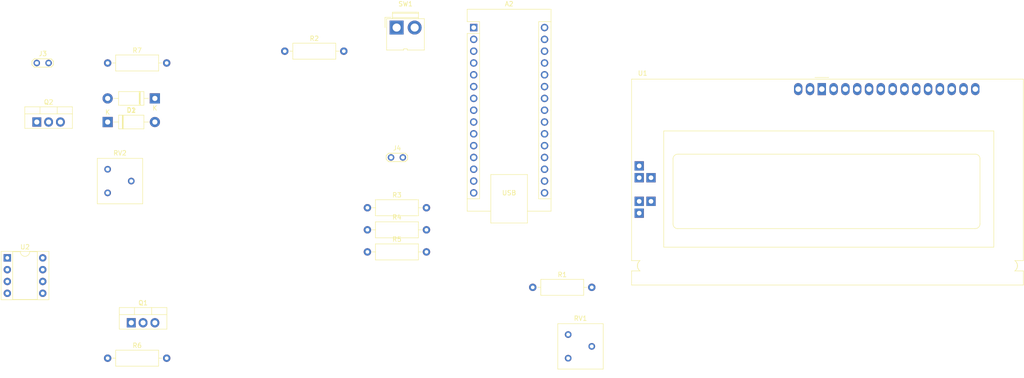
<source format=kicad_pcb>
(kicad_pcb (version 20221018) (generator pcbnew)
  (layers (0 "F.Cu" signal) (31 "B.Cu" signal) (34 "B.Paste" user) (35 "F.Paste" user) (36 "B.SilkS" user "B.Silkscreen") (37 "F.SilkS" user "F.Silkscreen") (38 "B.Mask" user) (39 "F.Mask" user) (44 "Edge.Cuts" user))
  (net 0 "")
  (net 4 "GND")
  (net 5 "Net-(A2-D2)")
  (net 6 "Net-(A2-D3)")
  (net 7 "Net-(A2-D4)")
  (net 8 "Net-(A2-D5)")
  (net 9 "Net-(A2-D6)")
  (net 10 "Net-(A2-D7)")
  (net 11 "Net-(A2-D8)")
  (net 12 "Net-(A2-D9)")
  (net 13 "Net-(A2-D10)")
  (net 14 "Net-(A2-D11)")
  (net 15 "Net-(A2-D12)")
  (net 24 "Net-(A2-A5)")
  (net 29 "+5")
  (net 30 "Net-(D1-K)")
  (net 31 "Net-(D1-A)")
  (net 32 "+9V")
  (net 33 "Net-(Q1-D)")
  (net 34 "Net-(Q2-G)")
  (net 35 "Net-(U1-A{slash}VEE)")
  (net 36 "Net-(U1-VO)")
  (net 37 "Net-(U2A--)")
  (footprint "Resistor_THT:R_Axial_DIN0309_L9.0mm_D3.2mm_P12.70mm_Horizontal" (layer "F.Cu") (at 76.2 124.46)
    (fp_text reference "R6" (at 6.35 -2.72) (layer "F.SilkS"))
    (fp_text value "220")
    (fp_line (start 1.04 0) (end 1.73 0) (stroke (width 0.12)) (layer "F.SilkS"))
    (fp_line (start 1.73 -1.72) (end 1.73 1.72) (stroke (width 0.12)) (layer "F.SilkS"))
    (fp_line (start 1.73 1.72) (end 10.97 1.72) (stroke (width 0.12)) (layer "F.SilkS"))
    (fp_line (start 10.97 -1.72) (end 1.73 -1.72) (stroke (width 0.12)) (layer "F.SilkS"))
    (fp_line (start 10.97 1.72) (end 10.97 -1.72) (stroke (width 0.12)) (layer "F.SilkS"))
    (fp_line (start 11.66 0) (end 10.97 0) (stroke (width 0.12)) (layer "F.SilkS"))
    (pad "1" thru_hole circle (at 0 0) (size 1.6 1.6) (drill 0.8) (layers "*.Cu" "*.Mask") (net 33 "Net-(Q1-D)"))
    (pad "2" thru_hole oval (at 12.7 0) (size 1.6 1.6) (drill 0.8) (layers "*.Cu" "*.Mask") (net 24 "Net-(A2-A5)"))
  )
  (footprint "Resistor_THT:R_Axial_DIN0309_L9.0mm_D3.2mm_P12.70mm_Horizontal" (layer "F.Cu") (at 132.08 101.6)
    (fp_text reference "R5" (at 6.35 -2.72) (layer "F.SilkS"))
    (fp_text value "10M")
    (fp_line (start 1.04 0) (end 1.73 0) (stroke (width 0.12)) (layer "F.SilkS"))
    (fp_line (start 1.73 -1.72) (end 1.73 1.72) (stroke (width 0.12)) (layer "F.SilkS"))
    (fp_line (start 1.73 1.72) (end 10.97 1.72) (stroke (width 0.12)) (layer "F.SilkS"))
    (fp_line (start 10.97 -1.72) (end 1.73 -1.72) (stroke (width 0.12)) (layer "F.SilkS"))
    (fp_line (start 10.97 1.72) (end 10.97 -1.72) (stroke (width 0.12)) (layer "F.SilkS"))
    (fp_line (start 11.66 0) (end 10.97 0) (stroke (width 0.12)) (layer "F.SilkS"))
    (pad "1" thru_hole circle (at 0 0) (size 1.6 1.6) (drill 0.8) (layers "*.Cu" "*.Mask") (net 24 "Net-(A2-A5)"))
    (pad "2" thru_hole oval (at 12.7 0) (size 1.6 1.6) (drill 0.8) (layers "*.Cu" "*.Mask") (net 8 "Net-(A2-D5)"))
  )
  (footprint "Diode_THT:D_DO-41_SOD81_P10.16mm_Horizontal" (layer "F.Cu") (at 76.2 73.66)
    (fp_text reference "D2" (at 5.08 -2.47) (layer "F.SilkS"))
    (fp_text value "1N4007")
    (fp_text user "K" (at 0 -2.1) (layer "F.SilkS"))
    (fp_line (start 1.34 0) (end 2.36 0) (stroke (width 0.12)) (layer "F.SilkS"))
    (fp_line (start 2.36 -1.47) (end 2.36 1.47) (stroke (width 0.12)) (layer "F.SilkS"))
    (fp_line (start 2.36 1.47) (end 7.8 1.47) (stroke (width 0.12)) (layer "F.SilkS"))
    (fp_line (start 3.14 -1.47) (end 3.14 1.47) (stroke (width 0.12)) (layer "F.SilkS"))
    (fp_line (start 3.26 -1.47) (end 3.26 1.47) (stroke (width 0.12)) (layer "F.SilkS"))
    (fp_line (start 3.38 -1.47) (end 3.38 1.47) (stroke (width 0.12)) (layer "F.SilkS"))
    (fp_line (start 7.8 -1.47) (end 2.36 -1.47) (stroke (width 0.12)) (layer "F.SilkS"))
    (fp_line (start 7.8 1.47) (end 7.8 -1.47) (stroke (width 0.12)) (layer "F.SilkS"))
    (fp_line (start 8.82 0) (end 7.8 0) (stroke (width 0.12)) (layer "F.SilkS"))
    (pad "1" thru_hole rect (at 0 0) (size 2.2 2.2) (drill 1.1) (layers "*.Cu" "*.Mask") (net 4 "GND"))
    (pad "2" thru_hole oval (at 10.16 0) (size 2.2 2.2) (drill 1.1) (layers "*.Cu" "*.Mask") (net 30 "Net-(D1-K)"))
  )
  (footprint "Package_DIP:DIP-8_W7.62mm_Socket" (layer "F.Cu") (at 54.62 102.88)
    (fp_text reference "U2" (at 3.81 -2.33) (layer "F.SilkS"))
    (fp_text value "RC4558")
    (fp_line (start -1.33 -1.39) (end -1.33 9.01) (stroke (width 0.12)) (layer "F.SilkS"))
    (fp_line (start -1.33 9.01) (end 8.95 9.01) (stroke (width 0.12)) (layer "F.SilkS"))
    (fp_line (start 1.16 -1.33) (end 1.16 8.95) (stroke (width 0.12)) (layer "F.SilkS"))
    (fp_line (start 1.16 8.95) (end 6.46 8.95) (stroke (width 0.12)) (layer "F.SilkS"))
    (fp_line (start 2.81 -1.33) (end 1.16 -1.33) (stroke (width 0.12)) (layer "F.SilkS"))
    (fp_line (start 6.46 -1.33) (end 4.81 -1.33) (stroke (width 0.12)) (layer "F.SilkS"))
    (fp_line (start 6.46 8.95) (end 6.46 -1.33) (stroke (width 0.12)) (layer "F.SilkS"))
    (fp_line (start 8.95 -1.39) (end -1.33 -1.39) (stroke (width 0.12)) (layer "F.SilkS"))
    (fp_line (start 8.95 9.01) (end 8.95 -1.39) (stroke (width 0.12)) (layer "F.SilkS"))
    (fp_arc (start 4.81 -1.33) (mid 3.81 -0.33) (end 2.81 -1.33) (stroke (width 0.12)) (layer "F.SilkS"))
    (pad "1" thru_hole rect (at 0 0) (size 1.6 1.6) (drill 0.8) (layers "*.Cu" "*.Mask") (net 34 "Net-(Q2-G)"))
    (pad "2" thru_hole oval (at 0 2.54) (size 1.6 1.6) (drill 0.8) (layers "*.Cu" "*.Mask") (net 37 "Net-(U2A--)"))
    (pad "3" thru_hole oval (at 0 5.08) (size 1.6 1.6) (drill 0.8) (layers "*.Cu" "*.Mask") (net 31 "Net-(D1-A)"))
    (pad "4" thru_hole oval (at 0 7.62) (size 1.6 1.6) (drill 0.8) (layers "*.Cu" "*.Mask") (net 4 "GND"))
    (pad "5" thru_hole oval (at 7.62 7.62) (size 1.6 1.6) (drill 0.8) (layers "*.Cu" "*.Mask"))
    (pad "6" thru_hole oval (at 7.62 5.08) (size 1.6 1.6) (drill 0.8) (layers "*.Cu" "*.Mask"))
    (pad "7" thru_hole oval (at 7.62 2.54) (size 1.6 1.6) (drill 0.8) (layers "*.Cu" "*.Mask"))
    (pad "8" thru_hole oval (at 7.62 0) (size 1.6 1.6) (drill 0.8) (layers "*.Cu" "*.Mask") (net 32 "+9V"))
  )
  (footprint "Display:RC1602A" (layer "F.Cu") (at 229.82 66.58)
    (fp_text reference "U1" (at -38.53 -3.41 180) (layer "F.SilkS"))
    (fp_text value "RC1602A")
    (fp_line (start -40.92 -2.14) (end 43.36 -2.14) (stroke (width 0.12)) (layer "F.SilkS"))
    (fp_line (start -40.92 36.89) (end -40.92 -2.14) (stroke (width 0.12)) (layer "F.SilkS"))
    (fp_line (start -40.92 36.89) (end -39.1 36.89) (stroke (width 0.12)) (layer "F.SilkS"))
    (fp_line (start -40.92 39.11) (end -39.1 39.11) (stroke (width 0.12)) (layer "F.SilkS"))
    (fp_line (start -40.92 42.14) (end -40.92 39.11) (stroke (width 0.12)) (layer "F.SilkS"))
    (fp_line (start -34 9) (end 37 9) (stroke (width 0.12)) (layer "F.SilkS"))
    (fp_line (start -34 34) (end -34 9) (stroke (width 0.12)) (layer "F.SilkS"))
    (fp_line (start -32 29) (end -32 15) (stroke (width 0.12)) (layer "F.SilkS"))
    (fp_line (start -31 14) (end 33 14) (stroke (width 0.12)) (layer "F.SilkS"))
    (fp_line (start -1.5 -2.5) (end 1.5 -2.5) (stroke (width 0.12)) (layer "F.SilkS"))
    (fp_line (start 33 30) (end -31 30) (stroke (width 0.12)) (layer "F.SilkS"))
    (fp_line (start 34.03 15) (end 34.03 29) (stroke (width 0.12)) (layer "F.SilkS"))
    (fp_line (start 37 9) (end 37 34) (stroke (width 0.12)) (layer "F.SilkS"))
    (fp_line (start 37 34) (end -34 34) (stroke (width 0.12)) (layer "F.SilkS"))
    (fp_line (start 41.5 39.11) (end 43.36 39.11) (stroke (width 0.12)) (layer "F.SilkS"))
    (fp_line (start 43.36 -2.14) (end 43.36 36.89) (stroke (width 0.12)) (layer "F.SilkS"))
    (fp_line (start 43.36 36.89) (end 41.5 36.89) (stroke (width 0.12)) (layer "F.SilkS"))
    (fp_line (start 43.36 39.11) (end 43.36 42.14) (stroke (width 0.12)) (layer "F.SilkS"))
    (fp_line (start 43.36 42.14) (end -40.92 42.14) (stroke (width 0.12)) (layer "F.SilkS"))
    (fp_arc (start -39.39 38.82) (mid -39.644716 37.794939) (end -39.1 36.89) (stroke (width 0.12)) (layer "F.SilkS"))
    (fp_arc (start -39.1 39.11) (mid -39.644716 38.205061) (end -39.39 37.18) (stroke (width 0.12)) (layer "F.SilkS"))
    (fp_arc (start -32.00286 15.00246) (mid -31.710488 14.296612) (end -31.00464 14.00424) (stroke (width 0.12)) (layer "F.SilkS"))
    (fp_arc (start -30.99464 30.0237) (mid -31.702284 29.730584) (end -31.9954 29.02294) (stroke (width 0.12)) (layer "F.SilkS"))
    (fp_arc (start 33.03574 13.99424) (mid 33.741576 14.286624) (end 34.03396 14.99246) (stroke (width 0.12)) (layer "F.SilkS"))
    (fp_arc (start 34.0265 29.00294) (mid 33.733372 29.710572) (end 33.02574 30.0037) (stroke (width 0.12)) (layer "F.SilkS"))
    (fp_arc (start 41.5 36.89) (mid 42.059361 37.759584) (end 41.84 38.77) (stroke (width 0.12)) (layer "F.SilkS"))
    (fp_arc (start 41.84 37.21) (mid 42.070574 38.233345) (end 41.51 39.12) (stroke (width 0.12)) (layer "F.SilkS"))
    (pad "" np_thru_hole circle (at -38.28 38 180) (size 2.5 2.5) (drill 2.5) (layers "*.Cu" "*.Mask"))
    (pad "" np_thru_hole circle (at -36.78 2 180) (size 2.5 2.5) (drill 2.5) (layers "*.Cu" "*.Mask"))
    (pad "" np_thru_hole circle (at 39.22 2 180) (size 2.5 2.5) (drill 2.5) (layers "*.Cu" "*.Mask"))
    (pad "" np_thru_hole circle (at 40.72 38 180) (size 2.5 2.5) (drill 2.5) (layers "*.Cu" "*.Mask"))
    (pad "1" thru_hole rect (at 0 0 180) (size 1.8 2.6) (drill 1.2) (layers "*.Cu" "*.Mask") (net 4 "GND"))
    (pad "2" thru_hole oval (at 2.54 0 180) (size 1.8 2.6) (drill 1.2) (layers "*.Cu" "*.Mask") (net 29 "+5"))
    (pad "3" thru_hole oval (at 5.08 0 180) (size 1.8 2.6) (drill 1.2) (layers "*.Cu" "*.Mask") (net 36 "Net-(U1-VO)"))
    (pad "4" thru_hole oval (at 7.62 0 180) (size 1.8 2.6) (drill 1.2) (layers "*.Cu" "*.Mask") (net 9 "Net-(A2-D6)"))
    (pad "5" thru_hole oval (at 10.16 0 180) (size 1.8 2.6) (drill 1.2) (layers "*.Cu" "*.Mask") (net 4 "GND"))
    (pad "6" thru_hole oval (at 12.7 0 180) (size 1.8 2.6) (drill 1.2) (layers "*.Cu" "*.Mask") (net 10 "Net-(A2-D7)"))
    (pad "7" thru_hole oval (at 15.24 0 180) (size 1.8 2.6) (drill 1.2) (layers "*.Cu" "*.Mask"))
    (pad "8" thru_hole oval (at 17.78 0 180) (size 1.8 2.6) (drill 1.2) (layers "*.Cu" "*.Mask"))
    (pad "9" thru_hole oval (at 20.32 0 180) (size 1.8 2.6) (drill 1.2) (layers "*.Cu" "*.Mask"))
    (pad "10" thru_hole oval (at 22.86 0 180) (size 1.8 2.6) (drill 1.2) (layers "*.Cu" "*.Mask"))
    (pad "11" thru_hole oval (at 25.4 0 180) (size 1.8 2.6) (drill 1.2) (layers "*.Cu" "*.Mask") (net 12 "Net-(A2-D9)"))
    (pad "12" thru_hole oval (at 27.94 0 180) (size 1.8 2.6) (drill 1.2) (layers "*.Cu" "*.Mask") (net 13 "Net-(A2-D10)"))
    (pad "13" thru_hole oval (at 30.48508 0.00254 180) (size 1.8 2.6) (drill 1.2) (layers "*.Cu" "*.Mask") (net 14 "Net-(A2-D11)"))
    (pad "14" thru_hole oval (at 33.02 0 180) (size 1.8 2.6) (drill 1.2) (layers "*.Cu" "*.Mask") (net 15 "Net-(A2-D12)"))
    (pad "15" thru_hole oval (at -5.08 0 180) (size 1.8 2.6) (drill 1.2) (layers "*.Cu" "*.Mask") (net 35 "Net-(U1-A{slash}VEE)"))
    (pad "16" thru_hole oval (at -2.53492 0.00254 180) (size 1.8 2.6) (drill 1.2) (layers "*.Cu" "*.Mask") (net 4 "GND"))
    (pad "A1" thru_hole rect (at -39.28 24.14 180) (size 2 2) (drill 1) (layers "*.Cu" "*.Mask"))
    (pad "A1" thru_hole rect (at -39.28 26.68 180) (size 2 2) (drill 1) (layers "*.Cu" "*.Mask"))
    (pad "A1" thru_hole rect (at -36.74 24.14 180) (size 2 2) (drill 1) (layers "*.Cu" "*.Mask"))
    (pad "K1" thru_hole rect (at -39.28 16.52 180) (size 2 2) (drill 1) (layers "*.Cu" "*.Mask"))
    (pad "K1" thru_hole rect (at -39.28 19.06 180) (size 2 2) (drill 1) (layers "*.Cu" "*.Mask"))
    (pad "K1" thru_hole rect (at -36.74 19.06 180) (size 2 2) (drill 1) (layers "*.Cu" "*.Mask"))
  )
  (footprint "Package_TO_SOT_THT:TO-220-3_Vertical" (layer "F.Cu") (at 81.28 116.84)
    (fp_text reference "Q1" (at 2.54 -4.27) (layer "F.SilkS"))
    (fp_text value "NMOS")
    (fp_line (start -2.58 -3.27) (end -2.58 1.371) (stroke (width 0.12)) (layer "F.SilkS"))
    (fp_line (start -2.58 -3.27) (end 7.66 -3.27) (stroke (width 0.12)) (layer "F.SilkS"))
    (fp_line (start -2.58 -1.76) (end 7.66 -1.76) (stroke (width 0.12)) (layer "F.SilkS"))
    (fp_line (start -2.58 1.371) (end 7.66 1.371) (stroke (width 0.12)) (layer "F.SilkS"))
    (fp_line (start 0.69 -3.27) (end 0.69 -1.76) (stroke (width 0.12)) (layer "F.SilkS"))
    (fp_line (start 4.391 -3.27) (end 4.391 -1.76) (stroke (width 0.12)) (layer "F.SilkS"))
    (fp_line (start 7.66 -3.27) (end 7.66 1.371) (stroke (width 0.12)) (layer "F.SilkS"))
    (pad "1" thru_hole rect (at 0 0) (size 1.905 2) (drill 1.1) (layers "*.Cu" "*.Mask") (net 33 "Net-(Q1-D)"))
    (pad "2" thru_hole oval (at 2.54 0) (size 1.905 2) (drill 1.1) (layers "*.Cu" "*.Mask") (net 11 "Net-(A2-D8)"))
    (pad "3" thru_hole oval (at 5.08 0) (size 1.905 2) (drill 1.1) (layers "*.Cu" "*.Mask") (net 4 "GND"))
  )
  (footprint "Potentiometer_THT:Potentiometer_Bourns_3386F_Vertical" (layer "F.Cu") (at 175.26 124.46)
    (fp_text reference "RV1" (at 2.655 -8.555) (layer "F.SilkS"))
    (fp_text value "10k")
    (fp_line (start -2.23 -7.425) (end -2.23 2.345) (stroke (width 0.12)) (layer "F.SilkS"))
    (fp_line (start -2.23 -7.425) (end 7.54 -7.425) (stroke (width 0.12)) (layer "F.SilkS"))
    (fp_line (start -2.23 2.345) (end 7.54 2.345) (stroke (width 0.12)) (layer "F.SilkS"))
    (fp_line (start 7.54 -7.425) (end 7.54 2.345) (stroke (width 0.12)) (layer "F.SilkS"))
    (pad "1" thru_hole circle (at 0 0) (size 1.44 1.44) (drill 0.8) (layers "*.Cu" "*.Mask") (net 29 "+5"))
    (pad "2" thru_hole circle (at 5.08 -2.54) (size 1.44 1.44) (drill 0.8) (layers "*.Cu" "*.Mask") (net 36 "Net-(U1-VO)"))
    (pad "3" thru_hole circle (at 0 -5.08) (size 1.44 1.44) (drill 0.8) (layers "*.Cu" "*.Mask") (net 4 "GND"))
  )
  (footprint "Diode_THT:D_DO-41_SOD81_P10.16mm_Horizontal" (layer "F.Cu") (at 86.36 68.58 180)
    (fp_text reference "D1" (at 5.08 -2.47) (layer "F.SilkS"))
    (fp_text value "1N4007")
    (fp_text user "K" (at 0 -2.1) (layer "F.SilkS"))
    (fp_line (start 1.34 0) (end 2.36 0) (stroke (width 0.12)) (layer "F.SilkS"))
    (fp_line (start 2.36 -1.47) (end 2.36 1.47) (stroke (width 0.12)) (layer "F.SilkS"))
    (fp_line (start 2.36 1.47) (end 7.8 1.47) (stroke (width 0.12)) (layer "F.SilkS"))
    (fp_line (start 3.14 -1.47) (end 3.14 1.47) (stroke (width 0.12)) (layer "F.SilkS"))
    (fp_line (start 3.26 -1.47) (end 3.26 1.47) (stroke (width 0.12)) (layer "F.SilkS"))
    (fp_line (start 3.38 -1.47) (end 3.38 1.47) (stroke (width 0.12)) (layer "F.SilkS"))
    (fp_line (start 7.8 -1.47) (end 2.36 -1.47) (stroke (width 0.12)) (layer "F.SilkS"))
    (fp_line (start 7.8 1.47) (end 7.8 -1.47) (stroke (width 0.12)) (layer "F.SilkS"))
    (fp_line (start 8.82 0) (end 7.8 0) (stroke (width 0.12)) (layer "F.SilkS"))
    (pad "1" thru_hole rect (at 0 0 180) (size 2.2 2.2) (drill 1.1) (layers "*.Cu" "*.Mask") (net 30 "Net-(D1-K)"))
    (pad "2" thru_hole oval (at 10.16 0 180) (size 2.2 2.2) (drill 1.1) (layers "*.Cu" "*.Mask") (net 31 "Net-(D1-A)"))
  )
  (footprint "Connector:JWT_A3963_1x02_P3.96mm_Vertical" (layer "F.Cu") (at 138.36 53.34)
    (fp_text reference "SW1" (at 1.91 -5.08) (layer "F.SilkS"))
    (fp_text value "SW_SPST")
    (fp_line (start -2.5 -2.2) (end -2.5 0) (stroke (width 0.12)) (layer "F.SilkS"))
    (fp_line (start -2.16 -1.91) (end -2.16 0) (stroke (width 0.12)) (layer "F.SilkS"))
    (fp_line (start -2.16 -1.91) (end 5.97 -1.91) (stroke (width 0.12)) (layer "F.SilkS"))
    (fp_line (start -2.16 0) (end -2.16 4.83) (stroke (width 0.12)) (layer "F.SilkS"))
    (fp_line (start -1.2 -2.2) (end -2.5 -2.2) (stroke (width 0.12)) (layer "F.SilkS"))
    (fp_line (start -0.89 -3.3) (end 4.7 -3.3) (stroke (width 0.12)) (layer "F.SilkS"))
    (fp_line (start -0.89 -3.05) (end 4.7 -3.05) (stroke (width 0.12)) (layer "F.SilkS"))
    (fp_line (start -0.89 -2.16) (end 4.7 -2.16) (stroke (width 0.12)) (layer "F.SilkS"))
    (fp_line (start -0.89 -1.91) (end -0.89 -3.3) (stroke (width 0.12)) (layer "F.SilkS"))
    (fp_line (start 1.52 4.57) (end 2.29 4.57) (stroke (width 0.12)) (layer "F.SilkS"))
    (fp_line (start 1.52 4.83) (end -2.16 4.83) (stroke (width 0.12)) (layer "F.SilkS"))
    (fp_line (start 1.52 4.83) (end 1.52 4.57) (stroke (width 0.12)) (layer "F.SilkS"))
    (fp_line (start 2.29 4.57) (end 2.29 4.83) (stroke (width 0.12)) (layer "F.SilkS"))
    (fp_line (start 2.29 4.83) (end 5.97 4.83) (stroke (width 0.12)) (layer "F.SilkS"))
    (fp_line (start 4.7 -1.91) (end 4.7 -3.3) (stroke (width 0.12)) (layer "F.SilkS"))
    (fp_line (start 5.97 -1.91) (end 5.97 0) (stroke (width 0.12)) (layer "F.SilkS"))
    (fp_line (start 5.97 4.83) (end 5.97 0) (stroke (width 0.12)) (layer "F.SilkS"))
    (pad "1" thru_hole rect (at 0 0) (size 3 3) (drill 1.75) (layers "*.Cu" "*.Mask") (net 5 "Net-(A2-D2)"))
    (pad "2" thru_hole circle (at 3.88 0) (size 3 3) (drill 1.75) (layers "*.Cu" "*.Mask") (net 4 "GND"))
  )
  (footprint "Resistor_THT:R_Axial_DIN0309_L9.0mm_D3.2mm_P12.70mm_Horizontal" (layer "F.Cu") (at 132.08 96.85)
    (fp_text reference "R4" (at 6.35 -2.72) (layer "F.SilkS"))
    (fp_text value "1M")
    (fp_line (start 1.04 0) (end 1.73 0) (stroke (width 0.12)) (layer "F.SilkS"))
    (fp_line (start 1.73 -1.72) (end 1.73 1.72) (stroke (width 0.12)) (layer "F.SilkS"))
    (fp_line (start 1.73 1.72) (end 10.97 1.72) (stroke (width 0.12)) (layer "F.SilkS"))
    (fp_line (start 10.97 -1.72) (end 1.73 -1.72) (stroke (width 0.12)) (layer "F.SilkS"))
    (fp_line (start 10.97 1.72) (end 10.97 -1.72) (stroke (width 0.12)) (layer "F.SilkS"))
    (fp_line (start 11.66 0) (end 10.97 0) (stroke (width 0.12)) (layer "F.SilkS"))
    (pad "1" thru_hole circle (at 0 0) (size 1.6 1.6) (drill 0.8) (layers "*.Cu" "*.Mask") (net 24 "Net-(A2-A5)"))
    (pad "2" thru_hole oval (at 12.7 0) (size 1.6 1.6) (drill 0.8) (layers "*.Cu" "*.Mask") (net 7 "Net-(A2-D4)"))
  )
  (footprint "Resistor_THT:R_Axial_DIN0309_L9.0mm_D3.2mm_P12.70mm_Horizontal" (layer "F.Cu") (at 76.2 60.96)
    (fp_text reference "R7" (at 6.35 -2.72) (layer "F.SilkS"))
    (fp_text value "4.7k")
    (fp_line (start 1.04 0) (end 1.73 0) (stroke (width 0.12)) (layer "F.SilkS"))
    (fp_line (start 1.73 -1.72) (end 1.73 1.72) (stroke (width 0.12)) (layer "F.SilkS"))
    (fp_line (start 1.73 1.72) (end 10.97 1.72) (stroke (width 0.12)) (layer "F.SilkS"))
    (fp_line (start 10.97 -1.72) (end 1.73 -1.72) (stroke (width 0.12)) (layer "F.SilkS"))
    (fp_line (start 10.97 1.72) (end 10.97 -1.72) (stroke (width 0.12)) (layer "F.SilkS"))
    (fp_line (start 11.66 0) (end 10.97 0) (stroke (width 0.12)) (layer "F.SilkS"))
    (pad "1" thru_hole circle (at 0 0) (size 1.6 1.6) (drill 0.8) (layers "*.Cu" "*.Mask") (net 31 "Net-(D1-A)"))
    (pad "2" thru_hole oval (at 12.7 0) (size 1.6 1.6) (drill 0.8) (layers "*.Cu" "*.Mask") (net 32 "+9V"))
  )
  (footprint "Resistor_THT:R_Axial_DIN0309_L9.0mm_D3.2mm_P12.70mm_Horizontal" (layer "F.Cu") (at 132.08 92.1)
    (fp_text reference "R3" (at 6.35 -2.72) (layer "F.SilkS"))
    (fp_text value "1k")
    (fp_line (start 1.04 0) (end 1.73 0) (stroke (width 0.12)) (layer "F.SilkS"))
    (fp_line (start 1.73 -1.72) (end 1.73 1.72) (stroke (width 0.12)) (layer "F.SilkS"))
    (fp_line (start 1.73 1.72) (end 10.97 1.72) (stroke (width 0.12)) (layer "F.SilkS"))
    (fp_line (start 10.97 -1.72) (end 1.73 -1.72) (stroke (width 0.12)) (layer "F.SilkS"))
    (fp_line (start 10.97 1.72) (end 10.97 -1.72) (stroke (width 0.12)) (layer "F.SilkS"))
    (fp_line (start 11.66 0) (end 10.97 0) (stroke (width 0.12)) (layer "F.SilkS"))
    (pad "1" thru_hole circle (at 0 0) (size 1.6 1.6) (drill 0.8) (layers "*.Cu" "*.Mask") (net 24 "Net-(A2-A5)"))
    (pad "2" thru_hole oval (at 12.7 0) (size 1.6 1.6) (drill 0.8) (layers "*.Cu" "*.Mask") (net 6 "Net-(A2-D3)"))
  )
  (footprint "TestPoint:TestPoint_2Pads_Pitch2.54mm_Drill0.8mm" (layer "F.Cu") (at 137.16 81.28)
    (fp_text reference "J4" (at 1.3 -2) (layer "F.SilkS"))
    (fp_text value "Cap Test")
    (fp_line (start -1.03 -0.4) (end -0.53 -0.9) (stroke (width 0.15)) (layer "F.SilkS"))
    (fp_line (start -1.03 0.4) (end -1.03 -0.4) (stroke (width 0.15)) (layer "F.SilkS"))
    (fp_line (start -0.53 -0.9) (end 3.07 -0.9) (stroke (width 0.15)) (layer "F.SilkS"))
    (fp_line (start -0.53 0.9) (end -1.03 0.4) (stroke (width 0.15)) (layer "F.SilkS"))
    (fp_line (start 3.07 -0.9) (end 3.57 -0.4) (stroke (width 0.15)) (layer "F.SilkS"))
    (fp_line (start 3.07 0.9) (end -0.53 0.9) (stroke (width 0.15)) (layer "F.SilkS"))
    (fp_line (start 3.57 -0.4) (end 3.57 0.4) (stroke (width 0.15)) (layer "F.SilkS"))
    (fp_line (start 3.57 0.4) (end 3.07 0.9) (stroke (width 0.15)) (layer "F.SilkS"))
    (pad "1" thru_hole circle (at 0 0) (size 1.4 1.4) (drill 0.8) (layers "*.Cu" "*.Mask") (net 24 "Net-(A2-A5)"))
    (pad "2" thru_hole circle (at 2.54 0) (size 1.4 1.4) (drill 0.8) (layers "*.Cu" "*.Mask") (net 4 "GND"))
  )
  (footprint "Resistor_THT:R_Axial_DIN0309_L9.0mm_D3.2mm_P12.70mm_Horizontal" (layer "F.Cu") (at 114.3 58.42)
    (fp_text reference "R2" (at 6.35 -2.72) (layer "F.SilkS"))
    (fp_text value "4.7k")
    (fp_line (start 1.04 0) (end 1.73 0) (stroke (width 0.12)) (layer "F.SilkS"))
    (fp_line (start 1.73 -1.72) (end 1.73 1.72) (stroke (width 0.12)) (layer "F.SilkS"))
    (fp_line (start 1.73 1.72) (end 10.97 1.72) (stroke (width 0.12)) (layer "F.SilkS"))
    (fp_line (start 10.97 -1.72) (end 1.73 -1.72) (stroke (width 0.12)) (layer "F.SilkS"))
    (fp_line (start 10.97 1.72) (end 10.97 -1.72) (stroke (width 0.12)) (layer "F.SilkS"))
    (fp_line (start 11.66 0) (end 10.97 0) (stroke (width 0.12)) (layer "F.SilkS"))
    (pad "1" thru_hole circle (at 0 0) (size 1.6 1.6) (drill 0.8) (layers "*.Cu" "*.Mask") (net 5 "Net-(A2-D2)"))
    (pad "2" thru_hole oval (at 12.7 0) (size 1.6 1.6) (drill 0.8) (layers "*.Cu" "*.Mask") (net 29 "+5"))
  )
  (footprint "Module:Arduino_Nano" (layer "F.Cu") (at 154.94 53.34)
    (fp_text reference "A2" (at 7.62 -5.08) (layer "F.SilkS"))
    (fp_text value "Arduino_Nano_v2.x")
    (fp_text user "USB" (at 7.62 35.56 unlocked) (layer "F.SilkS"))
    (fp_line (start -1.4 -3.94) (end -1.4 -1.27) (stroke (width 0.12)) (layer "F.SilkS"))
    (fp_line (start -1.4 1.27) (end -1.4 39.5) (stroke (width 0.12)) (layer "F.SilkS"))
    (fp_line (start -1.4 39.5) (end 3.68 39.5) (stroke (width 0.12)) (layer "F.SilkS"))
    (fp_line (start 1.27 -1.27) (end -1.4 -1.27) (stroke (width 0.12)) (layer "F.SilkS"))
    (fp_line (start 1.27 1.27) (end -1.4 1.27) (stroke (width 0.12)) (layer "F.SilkS"))
    (fp_line (start 1.27 1.27) (end 1.27 -1.27) (stroke (width 0.12)) (layer "F.SilkS"))
    (fp_line (start 1.27 1.27) (end 1.27 36.83) (stroke (width 0.12)) (layer "F.SilkS"))
    (fp_line (start 1.27 36.83) (end -1.4 36.83) (stroke (width 0.12)) (layer "F.SilkS"))
    (fp_line (start 3.68 31.62) (end 11.56 31.62) (stroke (width 0.12)) (layer "F.SilkS"))
    (fp_line (start 3.68 42.04) (end 3.68 31.62) (stroke (width 0.12)) (layer "F.SilkS"))
    (fp_line (start 11.56 31.62) (end 11.56 42.04) (stroke (width 0.12)) (layer "F.SilkS"))
    (fp_line (start 11.56 42.04) (end 3.68 42.04) (stroke (width 0.12)) (layer "F.SilkS"))
    (fp_line (start 13.97 -1.27) (end 13.97 36.83) (stroke (width 0.12)) (layer "F.SilkS"))
    (fp_line (start 13.97 -1.27) (end 16.64 -1.27) (stroke (width 0.12)) (layer "F.SilkS"))
    (fp_line (start 13.97 36.83) (end 16.64 36.83) (stroke (width 0.12)) (layer "F.SilkS"))
    (fp_line (start 16.64 -3.94) (end -1.4 -3.94) (stroke (width 0.12)) (layer "F.SilkS"))
    (fp_line (start 16.64 39.5) (end 11.56 39.5) (stroke (width 0.12)) (layer "F.SilkS"))
    (fp_line (start 16.64 39.5) (end 16.64 -3.94) (stroke (width 0.12)) (layer "F.SilkS"))
    (pad "1" thru_hole rect (at 0 0) (size 1.6 1.6) (drill 1) (layers "*.Cu" "*.Mask"))
    (pad "2" thru_hole oval (at 0 2.54) (size 1.6 1.6) (drill 1) (layers "*.Cu" "*.Mask"))
    (pad "3" thru_hole oval (at 0 5.08) (size 1.6 1.6) (drill 1) (layers "*.Cu" "*.Mask"))
    (pad "4" thru_hole oval (at 0 7.62) (size 1.6 1.6) (drill 1) (layers "*.Cu" "*.Mask") (net 4 "GND"))
    (pad "5" thru_hole oval (at 0 10.16) (size 1.6 1.6) (drill 1) (layers "*.Cu" "*.Mask") (net 5 "Net-(A2-D2)"))
    (pad "6" thru_hole oval (at 0 12.7) (size 1.6 1.6) (drill 1) (layers "*.Cu" "*.Mask") (net 6 "Net-(A2-D3)"))
    (pad "7" thru_hole oval (at 0 15.24) (size 1.6 1.6) (drill 1) (layers "*.Cu" "*.Mask") (net 7 "Net-(A2-D4)"))
    (pad "8" thru_hole oval (at 0 17.78) (size 1.6 1.6) (drill 1) (layers "*.Cu" "*.Mask") (net 8 "Net-(A2-D5)"))
    (pad "9" thru_hole oval (at 0 20.32) (size 1.6 1.6) (drill 1) (layers "*.Cu" "*.Mask") (net 9 "Net-(A2-D6)"))
    (pad "10" thru_hole oval (at 0 22.86) (size 1.6 1.6) (drill 1) (layers "*.Cu" "*.Mask") (net 10 "Net-(A2-D7)"))
    (pad "11" thru_hole oval (at 0 25.4) (size 1.6 1.6) (drill 1) (layers "*.Cu" "*.Mask") (net 11 "Net-(A2-D8)"))
    (pad "12" thru_hole oval (at 0 27.94) (size 1.6 1.6) (drill 1) (layers "*.Cu" "*.Mask") (net 12 "Net-(A2-D9)"))
    (pad "13" thru_hole oval (at 0 30.48) (size 1.6 1.6) (drill 1) (layers "*.Cu" "*.Mask") (net 13 "Net-(A2-D10)"))
    (pad "14" thru_hole oval (at 0 33.02) (size 1.6 1.6) (drill 1) (layers "*.Cu" "*.Mask") (net 14 "Net-(A2-D11)"))
    (pad "15" thru_hole oval (at 0 35.56) (size 1.6 1.6) (drill 1) (layers "*.Cu" "*.Mask") (net 15 "Net-(A2-D12)"))
    (pad "16" thru_hole oval (at 15.24 35.56) (size 1.6 1.6) (drill 1) (layers "*.Cu" "*.Mask"))
    (pad "17" thru_hole oval (at 15.24 33.02) (size 1.6 1.6) (drill 1) (layers "*.Cu" "*.Mask"))
    (pad "18" thru_hole oval (at 15.24 30.48) (size 1.6 1.6) (drill 1) (layers "*.Cu" "*.Mask"))
    (pad "19" thru_hole oval (at 15.24 27.94) (size 1.6 1.6) (drill 1) (layers "*.Cu" "*.Mask"))
    (pad "20" thru_hole oval (at 15.24 25.4) (size 1.6 1.6) (drill 1) (layers "*.Cu" "*.Mask"))
    (pad "21" thru_hole oval (at 15.24 22.86) (size 1.6 1.6) (drill 1) (layers "*.Cu" "*.Mask"))
    (pad "22" thru_hole oval (at 15.24 20.32) (size 1.6 1.6) (drill 1) (layers "*.Cu" "*.Mask"))
    (pad "23" thru_hole oval (at 15.24 17.78) (size 1.6 1.6) (drill 1) (layers "*.Cu" "*.Mask"))
    (pad "24" thru_hole oval (at 15.24 15.24) (size 1.6 1.6) (drill 1) (layers "*.Cu" "*.Mask") (net 24 "Net-(A2-A5)"))
    (pad "25" thru_hole oval (at 15.24 12.7) (size 1.6 1.6) (drill 1) (layers "*.Cu" "*.Mask"))
    (pad "26" thru_hole oval (at 15.24 10.16) (size 1.6 1.6) (drill 1) (layers "*.Cu" "*.Mask"))
    (pad "27" thru_hole oval (at 15.24 7.62) (size 1.6 1.6) (drill 1) (layers "*.Cu" "*.Mask"))
    (pad "28" thru_hole oval (at 15.24 5.08) (size 1.6 1.6) (drill 1) (layers "*.Cu" "*.Mask"))
    (pad "29" thru_hole oval (at 15.24 2.54) (size 1.6 1.6) (drill 1) (layers "*.Cu" "*.Mask") (net 4 "GND"))
    (pad "30" thru_hole oval (at 15.24 0) (size 1.6 1.6) (drill 1) (layers "*.Cu" "*.Mask") (net 29 "+5"))
  )
  (footprint "TestPoint:TestPoint_2Pads_Pitch2.54mm_Drill0.8mm" (layer "F.Cu") (at 60.96 60.96)
    (fp_text reference "J3" (at 1.3 -2) (layer "F.SilkS"))
    (fp_text value "9V Battery")
    (fp_line (start -1.03 -0.4) (end -0.53 -0.9) (stroke (width 0.15)) (layer "F.SilkS"))
    (fp_line (start -1.03 0.4) (end -1.03 -0.4) (stroke (width 0.15)) (layer "F.SilkS"))
    (fp_line (start -0.53 -0.9) (end 3.07 -0.9) (stroke (width 0.15)) (layer "F.SilkS"))
    (fp_line (start -0.53 0.9) (end -1.03 0.4) (stroke (width 0.15)) (layer "F.SilkS"))
    (fp_line (start 3.07 -0.9) (end 3.57 -0.4) (stroke (width 0.15)) (layer "F.SilkS"))
    (fp_line (start 3.07 0.9) (end -0.53 0.9) (stroke (width 0.15)) (layer "F.SilkS"))
    (fp_line (start 3.57 -0.4) (end 3.57 0.4) (stroke (width 0.15)) (layer "F.SilkS"))
    (fp_line (start 3.57 0.4) (end 3.07 0.9) (stroke (width 0.15)) (layer "F.SilkS"))
    (pad "1" thru_hole circle (at 0 0) (size 1.4 1.4) (drill 0.8) (layers "*.Cu" "*.Mask") (net 32 "+9V"))
    (pad "2" thru_hole circle (at 2.54 0) (size 1.4 1.4) (drill 0.8) (layers "*.Cu" "*.Mask") (net 4 "GND"))
  )
  (footprint "Potentiometer_THT:Potentiometer_Bourns_3386F_Vertical" (layer "F.Cu") (at 76.2 88.9)
    (fp_text reference "RV2" (at 2.655 -8.555) (layer "F.SilkS"))
    (fp_text value "10k")
    (fp_line (start -2.23 -7.425) (end -2.23 2.345) (stroke (width 0.12)) (layer "F.SilkS"))
    (fp_line (start -2.23 -7.425) (end 7.54 -7.425) (stroke (width 0.12)) (layer "F.SilkS"))
    (fp_line (start -2.23 2.345) (end 7.54 2.345) (stroke (width 0.12)) (layer "F.SilkS"))
    (fp_line (start 7.54 -7.425) (end 7.54 2.345) (stroke (width 0.12)) (layer "F.SilkS"))
    (pad "1" thru_hole circle (at 0 0) (size 1.44 1.44) (drill 0.8) (layers "*.Cu" "*.Mask") (net 29 "+5"))
    (pad "2" thru_hole circle (at 5.08 -2.54) (size 1.44 1.44) (drill 0.8) (layers "*.Cu" "*.Mask") (net 37 "Net-(U2A--)"))
    (pad "3" thru_hole circle (at 0 -5.08) (size 1.44 1.44) (drill 0.8) (layers "*.Cu" "*.Mask") (net 4 "GND"))
  )
  (footprint "Package_TO_SOT_THT:TO-220-3_Vertical" (layer "F.Cu") (at 60.96 73.66)
    (fp_text reference "Q2" (at 2.54 -4.27) (layer "F.SilkS"))
    (fp_text value "NMOS")
    (fp_line (start -2.58 -3.27) (end -2.58 1.371) (stroke (width 0.12)) (layer "F.SilkS"))
    (fp_line (start -2.58 -3.27) (end 7.66 -3.27) (stroke (width 0.12)) (layer "F.SilkS"))
    (fp_line (start -2.58 -1.76) (end 7.66 -1.76) (stroke (width 0.12)) (layer "F.SilkS"))
    (fp_line (start -2.58 1.371) (end 7.66 1.371) (stroke (width 0.12)) (layer "F.SilkS"))
    (fp_line (start 0.69 -3.27) (end 0.69 -1.76) (stroke (width 0.12)) (layer "F.SilkS"))
    (fp_line (start 4.391 -3.27) (end 4.391 -1.76) (stroke (width 0.12)) (layer "F.SilkS"))
    (fp_line (start 7.66 -3.27) (end 7.66 1.371) (stroke (width 0.12)) (layer "F.SilkS"))
    (pad "1" thru_hole rect (at 0 0) (size 1.905 2) (drill 1.1) (layers "*.Cu" "*.Mask") (net 32 "+9V"))
    (pad "2" thru_hole oval (at 2.54 0) (size 1.905 2) (drill 1.1) (layers "*.Cu" "*.Mask") (net 34 "Net-(Q2-G)"))
    (pad "3" thru_hole oval (at 5.08 0) (size 1.905 2) (drill 1.1) (layers "*.Cu" "*.Mask") (net 29 "+5"))
  )
  (footprint "Resistor_THT:R_Axial_DIN0309_L9.0mm_D3.2mm_P12.70mm_Horizontal" (layer "F.Cu") (at 167.64 109.22)
    (fp_text reference "R1" (at 6.35 -2.72) (layer "F.SilkS"))
    (fp_text value "220")
    (fp_line (start 1.04 0) (end 1.73 0) (stroke (width 0.12)) (layer "F.SilkS"))
    (fp_line (start 1.73 -1.72) (end 1.73 1.72) (stroke (width 0.12)) (layer "F.SilkS"))
    (fp_line (start 1.73 1.72) (end 10.97 1.72) (stroke (width 0.12)) (layer "F.SilkS"))
    (fp_line (start 10.97 -1.72) (end 1.73 -1.72) (stroke (width 0.12)) (layer "F.SilkS"))
    (fp_line (start 10.97 1.72) (end 10.97 -1.72) (stroke (width 0.12)) (layer "F.SilkS"))
    (fp_line (start 11.66 0) (end 10.97 0) (stroke (width 0.12)) (layer "F.SilkS"))
    (pad "1" thru_hole circle (at 0 0) (size 1.6 1.6) (drill 0.8) (layers "*.Cu" "*.Mask") (net 35 "Net-(U1-A{slash}VEE)"))
    (pad "2" thru_hole oval (at 12.7 0) (size 1.6 1.6) (drill 0.8) (layers "*.Cu" "*.Mask") (net 29 "+5"))
  )
)
</source>
